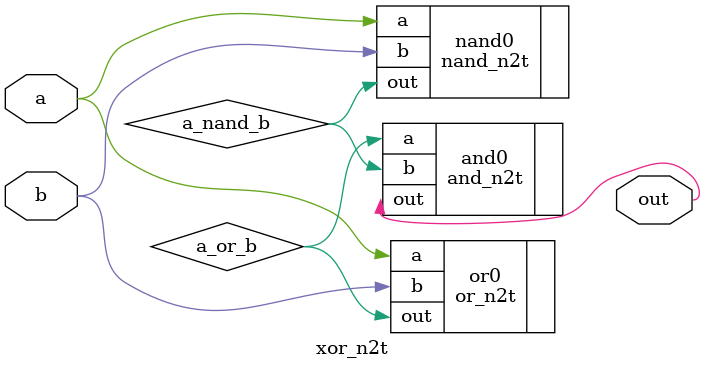
<source format=v>
module xor_n2t
(
    input a,
    input b,
    output out
);

// A XOR B = (A OR B) AND (NOT (A AND B))
//         = (A OR B) AND (A NAND B)
wire a_or_b;
wire a_nand_b;

or_n2t or0
(
    .a(a),
    .b(b),
    .out(a_or_b)
);

nand_n2t nand0
(
    .a(a),
    .b(b),
    .out(a_nand_b)
);

and_n2t and0
(
    .a(a_or_b),
    .b(a_nand_b),
    .out(out)
);

endmodule

</source>
